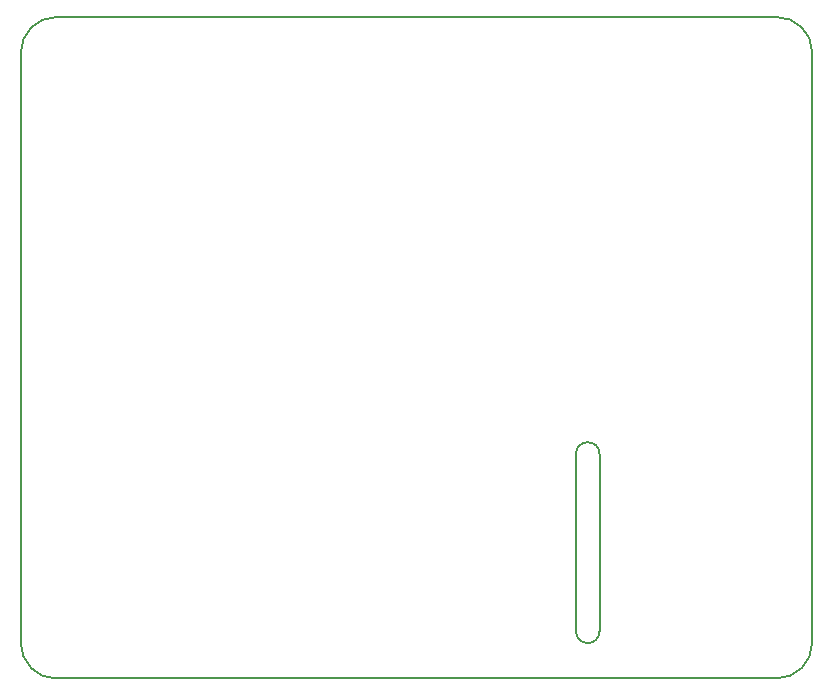
<source format=gm1>
G04 #@! TF.GenerationSoftware,KiCad,Pcbnew,9.0.2*
G04 #@! TF.CreationDate,2025-10-25T21:31:50-05:00*
G04 #@! TF.ProjectId,telescope_driver,74656c65-7363-46f7-9065-5f6472697665,rev?*
G04 #@! TF.SameCoordinates,Original*
G04 #@! TF.FileFunction,Profile,NP*
%FSLAX46Y46*%
G04 Gerber Fmt 4.6, Leading zero omitted, Abs format (unit mm)*
G04 Created by KiCad (PCBNEW 9.0.2) date 2025-10-25 21:31:50*
%MOMM*%
%LPD*%
G01*
G04 APERTURE LIST*
G04 #@! TA.AperFunction,Profile*
%ADD10C,0.160000*%
G04 #@! TD*
G04 APERTURE END LIST*
D10*
X101000000Y-100000000D02*
G75*
G02*
X98000000Y-97000000I0J3000000D01*
G01*
X98000000Y-47000000D02*
G75*
G02*
X101000000Y-44000000I3000000J0D01*
G01*
X161993290Y-44000000D02*
G75*
G02*
X165000000Y-46945517I35410J-2971200D01*
G01*
X165000000Y-97000000D02*
X165000000Y-46945517D01*
X103000000Y-44000000D02*
X101000000Y-44000000D01*
X147000000Y-81000000D02*
X147000000Y-96000000D01*
X145000000Y-96000000D02*
X145000000Y-81000000D01*
X103000000Y-100000000D02*
X162000000Y-100000000D01*
X103000000Y-100000000D02*
X101000000Y-100000000D01*
X145000000Y-81000000D02*
G75*
G02*
X147000000Y-81000000I1000000J0D01*
G01*
X98000000Y-97000000D02*
X98000000Y-47000000D01*
X165000000Y-97000000D02*
G75*
G02*
X162000000Y-100000000I-3000000J0D01*
G01*
X147000000Y-96000000D02*
G75*
G02*
X145000000Y-96000000I-1000000J0D01*
G01*
X161993290Y-44000000D02*
X103000000Y-44000000D01*
M02*

</source>
